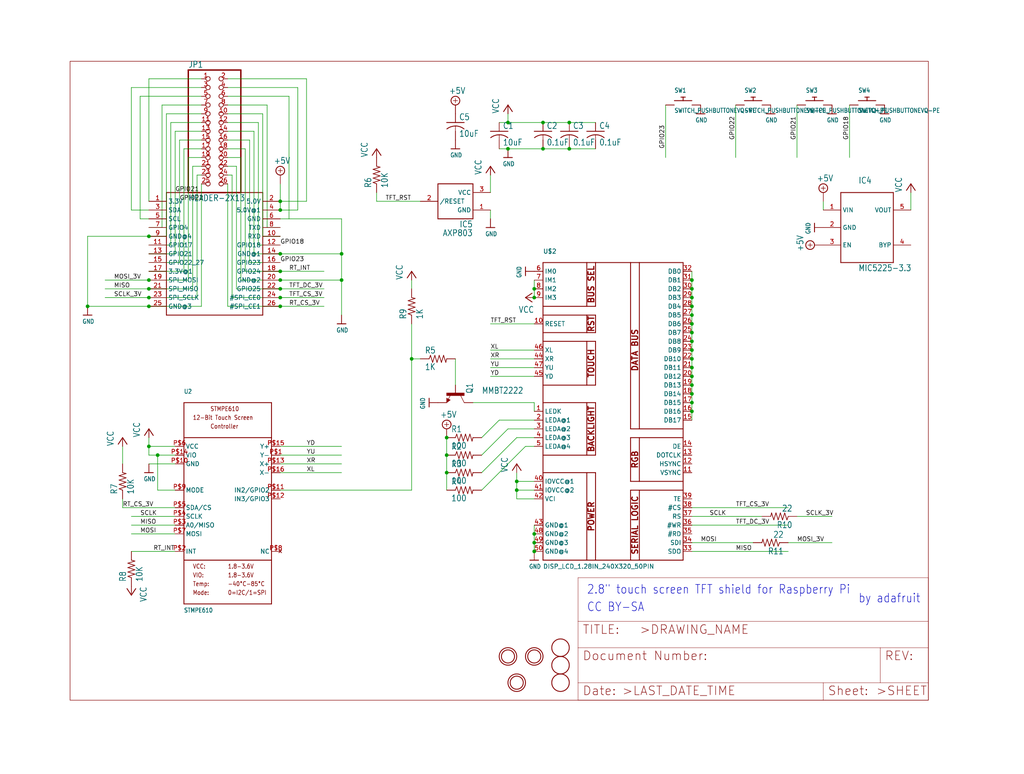
<source format=kicad_sch>
(kicad_sch (version 20211123) (generator eeschema)
  (paper "User" 297.002 224.663)
  (lib_symbols
    (symbol "eagleSchem-eagle-import:+5V" (power)
      (property "Value" "+5V" (at -1.905 3.175 0))
      (symbol "+5V_1_0"
        (pin power_in line (at 0 -2.54 90) (length 2.54) (name "+5V") (number "1"))
      )
    )
    (symbol "eagleSchem-eagle-import:-NPN-SOT23-BEC"
      (property "Reference" "T" (at -10.16 7.62 0))
      (property "Value" "-NPN-SOT23-BEC" (at -10.16 5.08 0))
      (symbol "-NPN-SOT23-BEC_1_0"
        (pin passive line (at -2.54 0 0) (length 2.54) (name "B") (number "B"))
        (pin passive line (at 2.54 5.08 270) (length 2.54) (name "C") (number "C"))
        (pin passive line (at 2.54 -5.08 90) (length 2.54) (name "E") (number "E"))
      )
    )
    (symbol "eagleSchem-eagle-import:AXP083-SAG"
      (property "Reference" "IC" (at -5.08 -7.62 0))
      (property "Value" "AXP083-SAG" (at -5.08 -10.16 0))
      (symbol "AXP083-SAG_1_0"
        (pin power_in line (at -10.16 -2.54 0) (length 5.08) (name "GND") (number "1"))
        (pin output line (at 10.16 0 180) (length 5.08) (name "/RESET") (number "2"))
        (pin power_in line (at -10.16 2.54 0) (length 5.08) (name "VCC") (number "3"))
      )
    )
    (symbol "eagleSchem-eagle-import:C-USC0805K"
      (property "Reference" "C" (at 1.016 0.635 0))
      (property "Value" "C-USC0805K" (at 1.016 -4.191 0))
      (symbol "C-USC0805K_1_0"
        (pin passive line (at 0 2.54 270) (length 2.54) (name "1") (number "1"))
        (pin passive line (at 0 -5.08 90) (length 2.54) (name "2") (number "2"))
      )
    )
    (symbol "eagleSchem-eagle-import:DISP_LCD_1.28IN_240X320_50PIN"
      (property "Value" "DISP_LCD_1.28IN_240X320_50PIN" (at -20.32 -48.26 0))
      (symbol "DISP_LCD_1.28IN_240X320_50PIN_1_0"
        (text "BACKLIGHT" (at -6.35 -7.62 900) (effects (font (size 1.6764 1.6764) (thickness 0.3353) bold)))
        (text "BUS SEL" (at -6.35 34.29 900) (effects (font (size 1.6764 1.6764) (thickness 0.3353) bold)))
        (text "DATA BUS" (at 6.35 15.24 900) (effects (font (size 1.6764 1.6764) (thickness 0.3353) bold)))
        (text "POWER" (at -6.35 -33.02 900) (effects (font (size 1.6764 1.6764) (thickness 0.3353) bold)))
        (text "RGB" (at 6.35 -16.51 900) (effects (font (size 1.6764 1.6764) (thickness 0.3353) bold)))
        (text "RST" (at -6.35 22.86 900) (effects (font (size 1.6764 1.6764) (thickness 0.3353) bold)))
        (text "SERIAL LOGIC" (at 6.35 -35.56 900) (effects (font (size 1.6764 1.6764) (thickness 0.3353) bold)))
        (text "TOUCH" (at -6.35 11.43 900) (effects (font (size 1.6764 1.6764) (thickness 0.3353) bold)))
        (pin bidirectional line (at -22.86 -2.54 0) (length 2.54) (name "LEDK") (number "1"))
        (pin bidirectional line (at -22.86 22.86 0) (length 2.54) (name "RESET") (number "10"))
        (pin bidirectional line (at 22.86 -20.32 180) (length 2.54) (name "VSYNC") (number "11"))
        (pin bidirectional line (at 22.86 -17.78 180) (length 2.54) (name "HSYNC") (number "12"))
        (pin bidirectional line (at 22.86 -15.24 180) (length 2.54) (name "DOTCLK") (number "13"))
        (pin bidirectional line (at 22.86 -12.7 180) (length 2.54) (name "DE") (number "14"))
        (pin bidirectional line (at 22.86 -5.08 180) (length 2.54) (name "DB17") (number "15"))
        (pin bidirectional line (at 22.86 -2.54 180) (length 2.54) (name "DB16") (number "16"))
        (pin bidirectional line (at 22.86 0 180) (length 2.54) (name "DB15") (number "17"))
        (pin bidirectional line (at 22.86 2.54 180) (length 2.54) (name "DB14") (number "18"))
        (pin bidirectional line (at 22.86 5.08 180) (length 2.54) (name "DB13") (number "19"))
        (pin bidirectional line (at -22.86 -5.08 0) (length 2.54) (name "LEDA@1") (number "2"))
        (pin bidirectional line (at 22.86 7.62 180) (length 2.54) (name "DB12") (number "20"))
        (pin bidirectional line (at 22.86 10.16 180) (length 2.54) (name "DB11") (number "21"))
        (pin bidirectional line (at 22.86 12.7 180) (length 2.54) (name "DB10") (number "22"))
        (pin bidirectional line (at 22.86 15.24 180) (length 2.54) (name "DB9") (number "23"))
        (pin bidirectional line (at 22.86 17.78 180) (length 2.54) (name "DB8") (number "24"))
        (pin bidirectional line (at 22.86 20.32 180) (length 2.54) (name "DB7") (number "25"))
        (pin bidirectional line (at 22.86 22.86 180) (length 2.54) (name "DB6") (number "26"))
        (pin bidirectional line (at 22.86 25.4 180) (length 2.54) (name "DB5") (number "27"))
        (pin bidirectional line (at 22.86 27.94 180) (length 2.54) (name "DB4") (number "28"))
        (pin bidirectional line (at 22.86 30.48 180) (length 2.54) (name "DB3") (number "29"))
        (pin bidirectional line (at -22.86 -7.62 0) (length 2.54) (name "LEDA@2") (number "3"))
        (pin bidirectional line (at 22.86 33.02 180) (length 2.54) (name "DB2") (number "30"))
        (pin bidirectional line (at 22.86 35.56 180) (length 2.54) (name "DB1") (number "31"))
        (pin bidirectional line (at 22.86 38.1 180) (length 2.54) (name "DB0") (number "32"))
        (pin bidirectional line (at 22.86 -43.18 180) (length 2.54) (name "SDO") (number "33"))
        (pin bidirectional line (at 22.86 -40.64 180) (length 2.54) (name "SDI") (number "34"))
        (pin bidirectional line (at 22.86 -38.1 180) (length 2.54) (name "#RD") (number "35"))
        (pin bidirectional line (at 22.86 -35.56 180) (length 2.54) (name "#WR") (number "36"))
        (pin bidirectional line (at 22.86 -33.02 180) (length 2.54) (name "RS") (number "37"))
        (pin bidirectional line (at 22.86 -30.48 180) (length 2.54) (name "#CS") (number "38"))
        (pin bidirectional line (at 22.86 -27.94 180) (length 2.54) (name "TE") (number "39"))
        (pin bidirectional line (at -22.86 -10.16 0) (length 2.54) (name "LEDA@3") (number "4"))
        (pin bidirectional line (at -22.86 -22.86 0) (length 2.54) (name "IOVCC@1") (number "40"))
        (pin bidirectional line (at -22.86 -25.4 0) (length 2.54) (name "IOVCC@2") (number "41"))
        (pin bidirectional line (at -22.86 -27.94 0) (length 2.54) (name "VCI") (number "42"))
        (pin bidirectional line (at -22.86 -35.56 0) (length 2.54) (name "GND@1") (number "43"))
        (pin bidirectional line (at -22.86 12.7 0) (length 2.54) (name "XR") (number "44"))
        (pin bidirectional line (at -22.86 7.62 0) (length 2.54) (name "YD") (number "45"))
        (pin bidirectional line (at -22.86 15.24 0) (length 2.54) (name "XL") (number "46"))
        (pin bidirectional line (at -22.86 10.16 0) (length 2.54) (name "YU") (number "47"))
        (pin bidirectional line (at -22.86 -38.1 0) (length 2.54) (name "GND@2") (number "48"))
        (pin bidirectional line (at -22.86 -40.64 0) (length 2.54) (name "GND@3") (number "49"))
        (pin bidirectional line (at -22.86 -12.7 0) (length 2.54) (name "LEDA@4") (number "5"))
        (pin bidirectional line (at -22.86 -43.18 0) (length 2.54) (name "GND@4") (number "50"))
        (pin bidirectional line (at -22.86 38.1 0) (length 2.54) (name "IM0") (number "6"))
        (pin bidirectional line (at -22.86 35.56 0) (length 2.54) (name "IM1") (number "7"))
        (pin bidirectional line (at -22.86 33.02 0) (length 2.54) (name "IM2") (number "8"))
        (pin bidirectional line (at -22.86 30.48 0) (length 2.54) (name "IM3") (number "9"))
      )
    )
    (symbol "eagleSchem-eagle-import:FIDUCIAL")
    (symbol "eagleSchem-eagle-import:GND" (power)
      (property "Value" "GND" (at -1.524 -2.54 0))
      (symbol "GND_1_0"
        (pin power_in line (at 0 2.54 270) (length 2.54) (name "GND") (number "1"))
      )
    )
    (symbol "eagleSchem-eagle-import:HEADER-2X13"
      (property "Reference" "JP" (at -8.89 18.415 0))
      (property "Value" "HEADER-2X13" (at -8.89 -20.32 0))
      (symbol "HEADER-2X13_1_0"
        (pin passive inverted (at -5.08 15.24 0) (length 2.54) (name "1") (number "1"))
        (pin passive inverted (at 2.54 5.08 180) (length 2.54) (name "10") (number "10"))
        (pin passive inverted (at -5.08 2.54 0) (length 2.54) (name "11") (number "11"))
        (pin passive inverted (at 2.54 2.54 180) (length 2.54) (name "12") (number "12"))
        (pin passive inverted (at -5.08 0 0) (length 2.54) (name "13") (number "13"))
        (pin passive inverted (at 2.54 0 180) (length 2.54) (name "14") (number "14"))
        (pin passive inverted (at -5.08 -2.54 0) (length 2.54) (name "15") (number "15"))
        (pin passive inverted (at 2.54 -2.54 180) (length 2.54) (name "16") (number "16"))
        (pin passive inverted (at -5.08 -5.08 0) (length 2.54) (name "17") (number "17"))
        (pin passive inverted (at 2.54 -5.08 180) (length 2.54) (name "18") (number "18"))
        (pin passive inverted (at -5.08 -7.62 0) (length 2.54) (name "19") (number "19"))
        (pin passive inverted (at 2.54 15.24 180) (length 2.54) (name "2") (number "2"))
        (pin passive inverted (at 2.54 -7.62 180) (length 2.54) (name "20") (number "20"))
        (pin passive inverted (at -5.08 -10.16 0) (length 2.54) (name "21") (number "21"))
        (pin passive inverted (at 2.54 -10.16 180) (length 2.54) (name "22") (number "22"))
        (pin passive inverted (at -5.08 -12.7 0) (length 2.54) (name "23") (number "23"))
        (pin passive inverted (at 2.54 -12.7 180) (length 2.54) (name "24") (number "24"))
        (pin passive inverted (at -5.08 -15.24 0) (length 2.54) (name "25") (number "25"))
        (pin passive inverted (at 2.54 -15.24 180) (length 2.54) (name "26") (number "26"))
        (pin passive inverted (at -5.08 12.7 0) (length 2.54) (name "3") (number "3"))
        (pin passive inverted (at 2.54 12.7 180) (length 2.54) (name "4") (number "4"))
        (pin passive inverted (at -5.08 10.16 0) (length 2.54) (name "5") (number "5"))
        (pin passive inverted (at 2.54 10.16 180) (length 2.54) (name "6") (number "6"))
        (pin passive inverted (at -5.08 7.62 0) (length 2.54) (name "7") (number "7"))
        (pin passive inverted (at 2.54 7.62 180) (length 2.54) (name "8") (number "8"))
        (pin passive inverted (at -5.08 5.08 0) (length 2.54) (name "9") (number "9"))
      )
    )
    (symbol "eagleSchem-eagle-import:LETTER_L"
      (symbol "LETTER_L_2_0"
        (text ">DRAWING_NAME" (at 17.78 19.05 0) (effects (font (size 2.54 2.54)) (justify left bottom)))
        (text ">LAST_DATE_TIME" (at 12.7 1.27 0) (effects (font (size 2.54 2.54)) (justify left bottom)))
        (text ">SHEET" (at 86.36 1.27 0) (effects (font (size 2.54 2.54)) (justify left bottom)))
        (text "Date:" (at 1.27 1.27 0) (effects (font (size 2.54 2.54)) (justify left bottom)))
        (text "Document Number:" (at 1.27 11.43 0) (effects (font (size 2.54 2.54)) (justify left bottom)))
        (text "REV:" (at 88.9 11.43 0) (effects (font (size 2.54 2.54)) (justify left bottom)))
        (text "Sheet:" (at 72.39 1.27 0) (effects (font (size 2.54 2.54)) (justify left bottom)))
        (text "TITLE:" (at 1.27 19.05 0) (effects (font (size 2.54 2.54)) (justify left bottom)))
      )
    )
    (symbol "eagleSchem-eagle-import:LP298XS"
      (property "Reference" "IC" (at -12.7 -5.08 90))
      (property "Value" "LP298XS" (at 12.7 -5.08 90))
      (symbol "LP298XS_1_0"
        (pin bidirectional line (at -5.08 -15.24 90) (length 5.08) (name "VIN") (number "1"))
        (pin bidirectional line (at 0 -15.24 90) (length 5.08) (name "GND") (number "2"))
        (pin bidirectional line (at 5.08 -15.24 90) (length 5.08) (name "EN") (number "3"))
        (pin bidirectional line (at 5.08 10.16 270) (length 5.08) (name "BYP") (number "4"))
        (pin bidirectional line (at -5.08 10.16 270) (length 5.08) (name "VOUT") (number "5"))
      )
    )
    (symbol "eagleSchem-eagle-import:MOUNTINGHOLE2.5_THICK")
    (symbol "eagleSchem-eagle-import:R-US_R0805"
      (property "Reference" "R" (at -3.81 1.4986 0))
      (property "Value" "R-US_R0805" (at -3.81 -3.302 0))
      (symbol "R-US_R0805_1_0"
        (pin passive line (at -5.08 0 0) (length 2.54) (name "1") (number "1"))
        (pin passive line (at 5.08 0 180) (length 2.54) (name "2") (number "2"))
      )
    )
    (symbol "eagleSchem-eagle-import:RASPBERRYPI_B_MODELB_V2"
      (symbol "RASPBERRYPI_B_MODELB_V2_1_0"
        (pin power_in line (at -17.78 15.24 0) (length 5.08) (name "3.3V") (number "1"))
        (pin input line (at 20.32 5.08 180) (length 5.08) (name "RXD") (number "10"))
        (pin bidirectional line (at -17.78 2.54 0) (length 5.08) (name "GPIO17") (number "11"))
        (pin bidirectional line (at 20.32 2.54 180) (length 5.08) (name "GPIO18") (number "12"))
        (pin bidirectional line (at -17.78 0 0) (length 5.08) (name "GPIO21") (number "13"))
        (pin power_in line (at 20.32 0 180) (length 5.08) (name "GND@1") (number "14"))
        (pin bidirectional line (at -17.78 -2.54 0) (length 5.08) (name "GPIO22_27") (number "15"))
        (pin bidirectional line (at 20.32 -2.54 180) (length 5.08) (name "GPIO23") (number "16"))
        (pin power_in line (at -17.78 -5.08 0) (length 5.08) (name "3.3V@1") (number "17"))
        (pin bidirectional line (at 20.32 -5.08 180) (length 5.08) (name "GPIO24") (number "18"))
        (pin bidirectional line (at -17.78 -7.62 0) (length 5.08) (name "SPI_MOSI") (number "19"))
        (pin power_in line (at 20.32 15.24 180) (length 5.08) (name "5.0V") (number "2"))
        (pin power_in line (at 20.32 -7.62 180) (length 5.08) (name "GND@2") (number "20"))
        (pin input line (at -17.78 -10.16 0) (length 5.08) (name "SPI_MISO") (number "21"))
        (pin bidirectional line (at 20.32 -10.16 180) (length 5.08) (name "GPIO25") (number "22"))
        (pin bidirectional line (at -17.78 -12.7 0) (length 5.08) (name "SPI_SCLK") (number "23"))
        (pin bidirectional line (at 20.32 -12.7 180) (length 5.08) (name "#SPI_CE0") (number "24"))
        (pin power_in line (at -17.78 -15.24 0) (length 5.08) (name "GND@3") (number "25"))
        (pin bidirectional line (at 20.32 -15.24 180) (length 5.08) (name "#SPI_CE1") (number "26"))
        (pin bidirectional line (at -17.78 12.7 0) (length 5.08) (name "SDA") (number "3"))
        (pin power_in line (at 20.32 12.7 180) (length 5.08) (name "5.0V@1") (number "4"))
        (pin bidirectional line (at -17.78 10.16 0) (length 5.08) (name "SCL") (number "5"))
        (pin power_in line (at 20.32 10.16 180) (length 5.08) (name "GND") (number "6"))
        (pin bidirectional line (at -17.78 7.62 0) (length 5.08) (name "GPIO4") (number "7"))
        (pin output line (at 20.32 7.62 180) (length 5.08) (name "TXD") (number "8"))
        (pin power_in line (at -17.78 5.08 0) (length 5.08) (name "GND@4") (number "9"))
      )
    )
    (symbol "eagleSchem-eagle-import:STMPE610"
      (property "Reference" "U" (at -12.7 33.02 0))
      (property "Value" "STMPE610" (at -12.7 -30.48 0))
      (symbol "STMPE610_1_0"
        (text "-40°C-85°C" (at 0 -22.86 0) (effects (font (size 1.27 1.0795)) (justify left bottom)))
        (text "0=I2C/1=SPI" (at 0 -25.4 0) (effects (font (size 1.27 1.0795)) (justify left bottom)))
        (text "1.8-3.6V" (at 0 -20.32 0) (effects (font (size 1.27 1.0795)) (justify left bottom)))
        (text "1.8-3.6V" (at 0 -17.78 0) (effects (font (size 1.27 1.0795)) (justify left bottom)))
        (text "12-Bit Touch Screen" (at -10.16 25.4 0) (effects (font (size 1.27 1.0795)) (justify left bottom)))
        (text "Controller" (at -5.08 22.86 0) (effects (font (size 1.27 1.0795)) (justify left bottom)))
        (text "Mode:" (at -10.16 -25.4 0) (effects (font (size 1.27 1.0795)) (justify left bottom)))
        (text "STMPE610" (at -5.08 27.94 0) (effects (font (size 1.27 1.0795)) (justify left bottom)))
        (text "Temp:" (at -10.16 -22.86 0) (effects (font (size 1.27 1.0795)) (justify left bottom)))
        (text "VCC:" (at -10.16 -17.78 0) (effects (font (size 1.27 1.0795)) (justify left bottom)))
        (text "VIO:" (at -10.16 -20.32 0) (effects (font (size 1.27 1.0795)) (justify left bottom)))
        (pin input line (at 15.24 15.24 180) (length 2.54) (name "Y-") (number "P$1"))
        (pin power_in line (at -15.24 12.7 0) (length 2.54) (name "GND") (number "P$10"))
        (pin bidirectional line (at 15.24 5.08 180) (length 2.54) (name "IN2/GPIO2") (number "P$11"))
        (pin bidirectional line (at 15.24 2.54 180) (length 2.54) (name "IN3/GPIO3") (number "P$12"))
        (pin input line (at 15.24 12.7 180) (length 2.54) (name "X+") (number "P$13"))
        (pin power_in line (at -15.24 15.24 0) (length 2.54) (name "VIO") (number "P$14"))
        (pin input line (at 15.24 17.78 180) (length 2.54) (name "Y+") (number "P$15"))
        (pin input line (at 15.24 10.16 180) (length 2.54) (name "X-") (number "P$16"))
        (pin output line (at -15.24 -12.7 0) (length 2.54) (name "INT") (number "P$2"))
        (pin bidirectional line (at -15.24 -5.08 0) (length 2.54) (name "A0/MISO") (number "P$3"))
        (pin bidirectional line (at -15.24 -2.54 0) (length 2.54) (name "SCLK") (number "P$4"))
        (pin bidirectional line (at -15.24 0 0) (length 2.54) (name "SDA/CS") (number "P$5"))
        (pin power_in line (at -15.24 17.78 0) (length 2.54) (name "VCC") (number "P$6"))
        (pin input line (at -15.24 -7.62 0) (length 2.54) (name "MOSI") (number "P$7"))
        (pin no_connect line (at 15.24 -12.7 180) (length 2.54) (name "NC") (number "P$8"))
        (pin input line (at -15.24 5.08 0) (length 2.54) (name "MODE") (number "P$9"))
      )
    )
    (symbol "eagleSchem-eagle-import:SWITCH_PUSHBUTTONEVQ-PE"
      (property "Reference" "SW" (at -2.54 3.556 0))
      (property "Value" "SWITCH_PUSHBUTTONEVQ-PE" (at -2.54 -2.286 0))
      (symbol "SWITCH_PUSHBUTTONEVQ-PE_1_0"
        (pin passive line (at -5.08 0 0) (length 2.54) (name "P$1") (number "P$1"))
        (pin passive line (at 5.08 0 180) (length 2.54) (name "P$2") (number "P$2"))
      )
    )
    (symbol "eagleSchem-eagle-import:VCC" (power)
      (property "Value" "VCC" (at -2.54 -2.54 90))
      (symbol "VCC_1_0"
        (pin power_in line (at 0 -2.54 90) (length 2.54) (name "VCC") (number "1"))
      )
    )
  )
  (junction (at 200.66 99.06))
  (junction (at 129.54 132.08))
  (junction (at 154.94 160.02))
  (junction (at 81.28 86.36))
  (junction (at 154.94 157.48))
  (junction (at 81.28 60.96))
  (junction (at 200.66 114.3))
  (junction (at 200.66 111.76))
  (junction (at 81.28 81.28))
  (junction (at 200.66 104.14))
  (junction (at 81.28 58.42))
  (junction (at 43.18 129.54))
  (junction (at 200.66 96.52))
  (junction (at 147.32 43.18))
  (junction (at 154.94 154.94))
  (junction (at 129.54 137.16))
  (junction (at 43.18 86.36))
  (junction (at 149.86 142.24))
  (junction (at 43.18 88.9))
  (junction (at 129.54 127))
  (junction (at 43.18 68.58))
  (junction (at 200.66 109.22))
  (junction (at 99.06 81.28))
  (junction (at 200.66 88.9))
  (junction (at 200.66 106.68))
  (junction (at 81.28 88.9))
  (junction (at 25.4 88.9))
  (junction (at 165.1 43.18))
  (junction (at 200.66 101.6))
  (junction (at 81.28 78.74))
  (junction (at 200.66 81.28))
  (junction (at 43.18 81.28))
  (junction (at 200.66 86.36))
  (junction (at 81.28 73.66))
  (junction (at 157.48 35.56))
  (junction (at 149.86 139.7))
  (junction (at 81.28 83.82))
  (junction (at 154.94 86.36))
  (junction (at 200.66 116.84))
  (junction (at 99.06 73.66))
  (junction (at 200.66 91.44))
  (junction (at 119.38 104.14))
  (junction (at 200.66 93.98))
  (junction (at 200.66 119.38))
  (junction (at 157.48 43.18))
  (junction (at 45.72 132.08))
  (junction (at 154.94 83.82))
  (junction (at 200.66 83.82))
  (junction (at 165.1 35.56))
  (junction (at 43.18 83.82))
  (junction (at 147.32 35.56))
  (wire (pts (xy 200.66 88.9) (xy 200.66 91.44)))
  (wire (pts (xy 81.28 81.28) (xy 69.85 81.28)))
  (wire (pts (xy 55.88 48.26) (xy 58.42 48.26)))
  (wire (pts (xy 200.66 93.98) (xy 200.66 96.52)))
  (wire (pts (xy 200.66 99.06) (xy 200.66 101.6)))
  (wire (pts (xy 200.66 91.44) (xy 200.66 93.98)))
  (wire (pts (xy 119.38 81.28) (xy 119.38 83.82)))
  (wire (pts (xy 43.18 60.96) (xy 38.1 60.96)))
  (wire (pts (xy 149.86 127) (xy 154.94 127)))
  (wire (pts (xy 119.38 93.98) (xy 119.38 104.14)))
  (wire (pts (xy 142.24 55.88) (xy 142.24 50.8)))
  (wire (pts (xy 152.4 129.54) (xy 154.94 129.54)))
  (wire (pts (xy 72.39 40.64) (xy 66.04 40.64)))
  (wire (pts (xy 52.07 76.2) (xy 52.07 40.64)))
  (wire (pts (xy 154.94 116.84) (xy 154.94 119.38)))
  (wire (pts (xy 119.38 104.14) (xy 121.92 104.14)))
  (wire (pts (xy 154.94 157.48) (xy 154.94 160.02)))
  (wire (pts (xy 68.58 83.82) (xy 81.28 83.82)))
  (wire (pts (xy 81.28 60.96) (xy 86.36 60.96)))
  (wire (pts (xy 88.9 58.42) (xy 81.28 58.42)))
  (wire (pts (xy 71.12 43.18) (xy 71.12 78.74)))
  (wire (pts (xy 154.94 104.14) (xy 142.24 104.14)))
  (wire (pts (xy 231.14 149.86) (xy 241.3 149.86)))
  (wire (pts (xy 43.18 134.62) (xy 50.8 134.62)))
  (wire (pts (xy 200.66 106.68) (xy 200.66 109.22)))
  (wire (pts (xy 67.31 86.36) (xy 67.31 50.8)))
  (wire (pts (xy 81.28 58.42) (xy 81.28 60.96)))
  (wire (pts (xy 200.66 119.38) (xy 200.66 121.92)))
  (wire (pts (xy 43.18 68.58) (xy 25.4 68.58)))
  (wire (pts (xy 66.04 22.86) (xy 88.9 22.86)))
  (wire (pts (xy 81.28 73.66) (xy 99.06 73.66)))
  (wire (pts (xy 200.66 96.52) (xy 200.66 99.06)))
  (wire (pts (xy 76.2 68.58) (xy 81.28 68.58)))
  (wire (pts (xy 43.18 76.2) (xy 52.07 76.2)))
  (wire (pts (xy 81.28 132.08) (xy 99.06 132.08)))
  (wire (pts (xy 57.15 50.8) (xy 58.42 50.8)))
  (wire (pts (xy 154.94 83.82) (xy 154.94 86.36)))
  (wire (pts (xy 81.28 53.34) (xy 81.28 58.42)))
  (wire (pts (xy 200.66 114.3) (xy 200.66 116.84)))
  (wire (pts (xy 55.88 83.82) (xy 55.88 48.26)))
  (wire (pts (xy 43.18 73.66) (xy 50.8 73.66)))
  (wire (pts (xy 53.34 43.18) (xy 58.42 43.18)))
  (wire (pts (xy 50.8 132.08) (xy 45.72 132.08)))
  (wire (pts (xy 66.04 88.9) (xy 81.28 88.9)))
  (wire (pts (xy 50.8 73.66) (xy 50.8 38.1)))
  (wire (pts (xy 246.38 30.48) (xy 246.38 45.72)))
  (wire (pts (xy 200.66 83.82) (xy 200.66 86.36)))
  (wire (pts (xy 129.54 132.08) (xy 129.54 137.16)))
  (wire (pts (xy 200.66 157.48) (xy 218.44 157.48)))
  (wire (pts (xy 200.66 104.14) (xy 200.66 106.68)))
  (wire (pts (xy 109.22 58.42) (xy 109.22 55.88)))
  (wire (pts (xy 43.18 22.86) (xy 58.42 22.86)))
  (wire (pts (xy 139.7 137.16) (xy 149.86 127)))
  (wire (pts (xy 76.2 33.02) (xy 76.2 68.58)))
  (wire (pts (xy 43.18 68.58) (xy 48.26 68.58)))
  (wire (pts (xy 54.61 45.72) (xy 58.42 45.72)))
  (wire (pts (xy 137.16 116.84) (xy 154.94 116.84)))
  (wire (pts (xy 48.26 33.02) (xy 58.42 33.02)))
  (wire (pts (xy 43.18 129.54) (xy 50.8 129.54)))
  (wire (pts (xy 139.7 142.24) (xy 152.4 129.54)))
  (wire (pts (xy 66.04 53.34) (xy 66.04 88.9)))
  (wire (pts (xy 81.28 76.2) (xy 72.39 76.2)))
  (wire (pts (xy 81.28 142.24) (xy 119.38 142.24)))
  (wire (pts (xy 25.4 68.58) (xy 25.4 88.9)))
  (wire (pts (xy 81.28 137.16) (xy 99.06 137.16)))
  (wire (pts (xy 154.94 93.98) (xy 142.24 93.98)))
  (wire (pts (xy 43.18 66.04) (xy 46.99 66.04)))
  (wire (pts (xy 238.76 58.42) (xy 238.76 60.96)))
  (wire (pts (xy 149.86 139.7) (xy 154.94 139.7)))
  (wire (pts (xy 43.18 88.9) (xy 58.42 88.9)))
  (wire (pts (xy 43.18 81.28) (xy 54.61 81.28)))
  (wire (pts (xy 86.36 60.96) (xy 86.36 25.4)))
  (wire (pts (xy 200.66 86.36) (xy 200.66 88.9)))
  (wire (pts (xy 71.12 78.74) (xy 81.28 78.74)))
  (wire (pts (xy 50.8 38.1) (xy 58.42 38.1)))
  (wire (pts (xy 45.72 132.08) (xy 43.18 132.08)))
  (wire (pts (xy 200.66 109.22) (xy 200.66 111.76)))
  (wire (pts (xy 165.1 43.18) (xy 157.48 43.18)))
  (wire (pts (xy 200.66 116.84) (xy 200.66 119.38)))
  (wire (pts (xy 81.28 78.74) (xy 93.98 78.74)))
  (wire (pts (xy 264.16 55.88) (xy 264.16 60.96)))
  (wire (pts (xy 86.36 25.4) (xy 66.04 25.4)))
  (wire (pts (xy 200.66 101.6) (xy 200.66 104.14)))
  (wire (pts (xy 154.94 81.28) (xy 154.94 83.82)))
  (wire (pts (xy 73.66 73.66) (xy 81.28 73.66)))
  (wire (pts (xy 43.18 129.54) (xy 43.18 132.08)))
  (wire (pts (xy 45.72 142.24) (xy 45.72 132.08)))
  (wire (pts (xy 66.04 33.02) (xy 76.2 33.02)))
  (wire (pts (xy 43.18 58.42) (xy 43.18 22.86)))
  (wire (pts (xy 50.8 142.24) (xy 45.72 142.24)))
  (wire (pts (xy 57.15 86.36) (xy 57.15 50.8)))
  (wire (pts (xy 147.32 35.56) (xy 144.78 35.56)))
  (wire (pts (xy 50.8 154.94) (xy 38.1 154.94)))
  (wire (pts (xy 38.1 25.4) (xy 58.42 25.4)))
  (wire (pts (xy 157.48 35.56) (xy 147.32 35.56)))
  (wire (pts (xy 154.94 154.94) (xy 154.94 157.48)))
  (wire (pts (xy 49.53 35.56) (xy 58.42 35.56)))
  (wire (pts (xy 200.66 152.4) (xy 228.6 152.4)))
  (wire (pts (xy 81.28 129.54) (xy 99.06 129.54)))
  (wire (pts (xy 99.06 63.5) (xy 99.06 73.66)))
  (wire (pts (xy 72.39 76.2) (xy 72.39 40.64)))
  (wire (pts (xy 54.61 81.28) (xy 54.61 45.72)))
  (wire (pts (xy 149.86 142.24) (xy 149.86 139.7)))
  (wire (pts (xy 38.1 152.4) (xy 50.8 152.4)))
  (wire (pts (xy 77.47 66.04) (xy 77.47 30.48)))
  (wire (pts (xy 77.47 30.48) (xy 66.04 30.48)))
  (wire (pts (xy 50.8 160.02) (xy 38.1 160.02)))
  (wire (pts (xy 49.53 71.12) (xy 49.53 35.56)))
  (wire (pts (xy 200.66 147.32) (xy 228.6 147.32)))
  (wire (pts (xy 40.64 27.94) (xy 58.42 27.94)))
  (wire (pts (xy 35.56 147.32) (xy 50.8 147.32)))
  (wire (pts (xy 69.85 45.72) (xy 66.04 45.72)))
  (wire (pts (xy 121.92 58.42) (xy 109.22 58.42)))
  (wire (pts (xy 139.7 132.08) (xy 147.32 124.46)))
  (wire (pts (xy 43.18 83.82) (xy 30.48 83.82)))
  (wire (pts (xy 40.64 63.5) (xy 40.64 27.94)))
  (wire (pts (xy 139.7 127) (xy 144.78 121.92)))
  (wire (pts (xy 147.32 124.46) (xy 154.94 124.46)))
  (wire (pts (xy 142.24 60.96) (xy 142.24 63.5)))
  (wire (pts (xy 129.54 137.16) (xy 129.54 142.24)))
  (wire (pts (xy 38.1 149.86) (xy 50.8 149.86)))
  (wire (pts (xy 119.38 142.24) (xy 119.38 104.14)))
  (wire (pts (xy 66.04 27.94) (xy 83.82 27.94)))
  (wire (pts (xy 48.26 68.58) (xy 48.26 33.02)))
  (wire (pts (xy 83.82 27.94) (xy 83.82 63.5)))
  (wire (pts (xy 66.04 38.1) (xy 73.66 38.1)))
  (wire (pts (xy 157.48 35.56) (xy 165.1 35.56)))
  (wire (pts (xy 200.66 160.02) (xy 228.6 160.02)))
  (wire (pts (xy 69.85 81.28) (xy 69.85 45.72)))
  (wire (pts (xy 81.28 83.82) (xy 93.98 83.82)))
  (wire (pts (xy 43.18 63.5) (xy 40.64 63.5)))
  (wire (pts (xy 43.18 78.74) (xy 53.34 78.74)))
  (wire (pts (xy 81.28 86.36) (xy 93.98 86.36)))
  (wire (pts (xy 81.28 81.28) (xy 99.06 81.28)))
  (wire (pts (xy 147.32 33.02) (xy 147.32 35.56)))
  (wire (pts (xy 67.31 50.8) (xy 66.04 50.8)))
  (wire (pts (xy 154.94 101.6) (xy 142.24 101.6)))
  (wire (pts (xy 81.28 134.62) (xy 99.06 134.62)))
  (wire (pts (xy 88.9 22.86) (xy 88.9 58.42)))
  (wire (pts (xy 46.99 66.04) (xy 46.99 30.48)))
  (wire (pts (xy 81.28 71.12) (xy 74.93 71.12)))
  (wire (pts (xy 43.18 86.36) (xy 57.15 86.36)))
  (wire (pts (xy 35.56 147.32) (xy 35.56 144.78)))
  (wire (pts (xy 43.18 71.12) (xy 49.53 71.12)))
  (wire (pts (xy 46.99 30.48) (xy 58.42 30.48)))
  (wire (pts (xy 99.06 73.66) (xy 99.06 81.28)))
  (wire (pts (xy 66.04 43.18) (xy 71.12 43.18)))
  (wire (pts (xy 228.6 157.48) (xy 241.3 157.48)))
  (wire (pts (xy 144.78 121.92) (xy 154.94 121.92)))
  (wire (pts (xy 144.78 43.18) (xy 147.32 43.18)))
  (wire (pts (xy 213.36 30.48) (xy 213.36 45.72)))
  (wire (pts (xy 81.28 86.36) (xy 67.31 86.36)))
  (wire (pts (xy 43.18 127) (xy 43.18 129.54)))
  (wire (pts (xy 43.18 88.9) (xy 25.4 88.9)))
  (wire (pts (xy 81.28 88.9) (xy 93.98 88.9)))
  (wire (pts (xy 38.1 60.96) (xy 38.1 25.4)))
  (wire (pts (xy 74.93 71.12) (xy 74.93 35.56)))
  (wire (pts (xy 52.07 40.64) (xy 58.42 40.64)))
  (wire (pts (xy 58.42 88.9) (xy 58.42 53.34)))
  (wire (pts (xy 132.08 104.14) (xy 132.08 111.76)))
  (wire (pts (xy 231.14 30.48) (xy 231.14 45.72)))
  (wire (pts (xy 154.94 109.22) (xy 142.24 109.22)))
  (wire (pts (xy 35.56 134.62) (xy 35.56 129.54)))
  (wire (pts (xy 43.18 81.28) (xy 30.48 81.28)))
  (wire (pts (xy 172.72 43.18) (xy 165.1 43.18)))
  (wire (pts (xy 66.04 48.26) (xy 68.58 48.26)))
  (wire (pts (xy 149.86 144.78) (xy 149.86 142.24)))
  (wire (pts (xy 147.32 43.18) (xy 157.48 43.18)))
  (wire (pts (xy 149.86 139.7) (xy 149.86 137.16)))
  (wire (pts (xy 200.66 81.28) (xy 200.66 83.82)))
  (wire (pts (xy 74.93 35.56) (xy 66.04 35.56)))
  (wire (pts (xy 200.66 149.86) (xy 220.98 149.86)))
  (wire (pts (xy 81.28 66.04) (xy 77.47 66.04)))
  (wire (pts (xy 81.28 63.5) (xy 99.06 63.5)))
  (wire (pts (xy 53.34 78.74) (xy 53.34 43.18)))
  (wire (pts (xy 142.24 106.68) (xy 154.94 106.68)))
  (wire (pts (xy 43.18 83.82) (xy 55.88 83.82)))
  (wire (pts (xy 165.1 35.56) (xy 172.72 35.56)))
  (wire (pts (xy 73.66 38.1) (xy 73.66 73.66)))
  (wire (pts (xy 43.18 86.36) (xy 30.48 86.36)))
  (wire (pts (xy 149.86 144.78) (xy 154.94 144.78)))
  (wire (pts (xy 193.04 30.48) (xy 193.04 45.72)))
  (wire (pts (xy 200.66 111.76) (xy 200.66 114.3)))
  (wire (pts (xy 68.58 48.26) (xy 68.58 83.82)))
  (wire (pts (xy 129.54 127) (xy 129.54 132.08)))
  (wire (pts (xy 99.06 81.28) (xy 99.06 91.44)))
  (wire (pts (xy 154.94 152.4) (xy 154.94 154.94)))
  (wire (pts (xy 200.66 78.74) (xy 200.66 81.28)))
  (wire (pts (xy 154.94 142.24) (xy 149.86 142.24)))
  (text "2.8\" touch screen TFT shield for Raspberry Pi" (at 170.18 172.72 180) (effects (font (size 2.54 2.159)) (justify left bottom)))
  (text "by adafruit~{}" (at 248.92 175.26 180) (effects (font (size 2.54 2.159)) (justify left bottom)))
  (text "CC BY-SA" (at 170.18 177.8 180) (effects (font (size 2.54 2.159)) (justify left bottom)))
  (label "RT_INT" (at 83.82 78.74 0) (effects (font (size 1.2446 1.2446))))
  (label "SCLK" (at 205.74 149.86 0) (effects (font (size 1.2446 1.2446))))
  (label "GPIO21" (at 50.8 55.88 0) (effects (font (size 1.2446 1.2446))))
  (label "MISO" (at 33.02 83.82 0) (effects (font (size 1.2446 1.2446))))
  (label "YD" (at 88.9 129.54 0) (effects (font (size 1.2446 1.2446))))
  (label "YD" (at 142.24 109.22 0) (effects (font (size 1.2446 1.2446))))
  (label "XL" (at 142.24 101.6 0) (effects (font (size 1.2446 1.2446))))
  (label "GPIO21" (at 231.14 40.64 90) (effects (font (size 1.2446 1.2446))))
  (label "XR" (at 142.24 104.14 0) (effects (font (size 1.2446 1.2446))))
  (label "TFT_CS_3V" (at 83.82 86.36 0) (effects (font (size 1.2446 1.2446))))
  (label "TFT_CS_3V" (at 213.36 147.32 0) (effects (font (size 1.2446 1.2446))))
  (label "GPIO23" (at 193.04 43.18 90) (effects (font (size 1.2446 1.2446))))
  (label "RT_INT" (at 44.45 160.02 0) (effects (font (size 1.2446 1.2446))))
  (label "MISO" (at 40.64 152.4 0) (effects (font (size 1.2446 1.2446))))
  (label "GPIO23" (at 81.28 76.2 0) (effects (font (size 1.2446 1.2446))))
  (label "MOSI" (at 203.2 157.48 0) (effects (font (size 1.2446 1.2446))))
  (label "XL" (at 88.9 137.16 0) (effects (font (size 1.2446 1.2446))))
  (label "RT_CS_3V" (at 35.56 147.32 0) (effects (font (size 1.2446 1.2446))))
  (label "TFT_RST" (at 142.24 93.98 0) (effects (font (size 1.2446 1.2446))))
  (label "XR" (at 88.9 134.62 0) (effects (font (size 1.2446 1.2446))))
  (label "TFT_DC_3V" (at 83.82 83.82 0) (effects (font (size 1.2446 1.2446))))
  (label "GPIO18" (at 81.28 71.12 0) (effects (font (size 1.2446 1.2446))))
  (label "SCLK_3V" (at 233.68 149.86 0) (effects (font (size 1.2446 1.2446))))
  (label "MOSI" (at 40.64 154.94 0) (effects (font (size 1.2446 1.2446))))
  (label "GPIO22" (at 213.36 40.64 90) (effects (font (size 1.2446 1.2446))))
  (label "SCLK_3V" (at 33.02 86.36 0) (effects (font (size 1.2446 1.2446))))
  (label "MOSI_3V" (at 33.02 81.28 0) (effects (font (size 1.2446 1.2446))))
  (label "YU" (at 88.9 132.08 0) (effects (font (size 1.2446 1.2446))))
  (label "TFT_RST" (at 111.76 58.42 0) (effects (font (size 1.2446 1.2446))))
  (label "RT_CS_3V" (at 83.82 88.9 0) (effects (font (size 1.2446 1.2446))))
  (label "YU" (at 142.24 106.68 0) (effects (font (size 1.2446 1.2446))))
  (label "GPIO22" (at 52.07 58.42 0) (effects (font (size 1.2446 1.2446))))
  (label "GPIO18" (at 246.38 40.64 90) (effects (font (size 1.2446 1.2446))))
  (label "SCLK" (at 40.64 149.86 0) (effects (font (size 1.2446 1.2446))))
  (label "MISO" (at 213.36 160.02 0) (effects (font (size 1.2446 1.2446))))
  (label "MOSI_3V" (at 231.14 157.48 0) (effects (font (size 1.2446 1.2446))))
  (label "TFT_DC_3V" (at 213.36 152.4 0) (effects (font (size 1.2446 1.2446))))
  (symbol (lib_id "eagleSchem-eagle-import:LETTER_L") (at 20.32 203.2 0) (unit 1)
    (property "Reference" "#FRAME1" (effects hide))
    (property "Value" "LETTER_L" (effects hide))
    (property "Footprint" "eagleSchem:" (effects hide))
  )
  (symbol (lib_id "eagleSchem-eagle-import:C-USC0805K") (at 172.72 38.1 0) (unit 1)
    (property "Reference" "C4" (at 173.736 37.465 0) (effects (font (size 1.778 1.5113)) (justify left bottom)))
    (property "Value" "0.1uF" (at 173.736 42.291 0) (effects (font (size 1.778 1.5113)) (justify left bottom)))
    (property "Footprint" "eagleSchem:C0805K" (effects hide))
  )
  (symbol (lib_id "eagleSchem-eagle-import:+5V") (at 236.22 71.12 90) (unit 1)
    (property "Reference" "#SUPPLY3" (effects hide))
    (property "Value" "+5V" (at 233.045 73.025 0) (effects (font (size 1.778 1.5113)) (justify left bottom)))
    (property "Footprint" "eagleSchem:" (effects hide))
  )
  (symbol (lib_id "eagleSchem-eagle-import:GND") (at 241.3 33.02 0) (unit 1)
    (property "Reference" "#U$21" (effects hide))
    (property "Value" "GND" (at 239.776 35.56 0) (effects (font (size 1.27 1.0795)) (justify left bottom)))
    (property "Footprint" "eagleSchem:" (effects hide))
  )
  (symbol (lib_id "eagleSchem-eagle-import:GND") (at 99.06 93.98 0) (unit 1)
    (property "Reference" "#U$9" (effects hide))
    (property "Value" "GND" (at 97.536 96.52 0) (effects (font (size 1.27 1.0795)) (justify left bottom)))
    (property "Footprint" "eagleSchem:" (effects hide))
  )
  (symbol (lib_id "eagleSchem-eagle-import:MOUNTINGHOLE2.5_THICK") (at 154.94 190.5 0) (unit 1)
    (property "Reference" "U$15" (effects hide))
    (property "Value" "MOUNTINGHOLE2.5_THICK" (effects hide))
    (property "Footprint" "eagleSchem:MOUNTINGHOLE_2.5_PLATED_THICK" (effects hide))
  )
  (symbol (lib_id "eagleSchem-eagle-import:VCC") (at 43.18 124.46 0) (unit 1)
    (property "Reference" "#P+7" (effects hide))
    (property "Value" "VCC" (at 40.64 127 90) (effects (font (size 1.778 1.5113)) (justify left bottom)))
    (property "Footprint" "eagleSchem:" (effects hide))
  )
  (symbol (lib_id "eagleSchem-eagle-import:R-US_R0805") (at 35.56 139.7 90) (unit 1)
    (property "Reference" "R7" (at 34.0614 143.51 0) (effects (font (size 1.778 1.5113)) (justify left bottom)))
    (property "Value" "10K" (at 38.862 143.51 0) (effects (font (size 1.778 1.5113)) (justify left bottom)))
    (property "Footprint" "eagleSchem:R0805" (effects hide))
  )
  (symbol (lib_id "eagleSchem-eagle-import:VCC") (at 152.4 86.36 90) (unit 1)
    (property "Reference" "#P+2" (effects hide))
    (property "Value" "VCC" (at 154.94 88.9 90) (effects (font (size 1.778 1.5113)) (justify left bottom)))
    (property "Footprint" "eagleSchem:" (effects hide))
  )
  (symbol (lib_id "eagleSchem-eagle-import:+5V") (at 238.76 55.88 0) (unit 1)
    (property "Reference" "#SUPPLY2" (effects hide))
    (property "Value" "+5V" (at 236.855 52.705 0) (effects (font (size 1.778 1.5113)) (justify left bottom)))
    (property "Footprint" "eagleSchem:" (effects hide))
  )
  (symbol (lib_id "eagleSchem-eagle-import:HEADER-2X13") (at 63.5 38.1 0) (unit 1)
    (property "Reference" "JP1" (at 54.61 19.685 0) (effects (font (size 1.778 1.5113)) (justify left bottom)))
    (property "Value" "HEADER-2X13" (at 54.61 58.42 0) (effects (font (size 1.778 1.5113)) (justify left bottom)))
    (property "Footprint" "eagleSchem:2X13" (effects hide))
  )
  (symbol (lib_id "eagleSchem-eagle-import:R-US_R0805") (at 134.62 132.08 0) (unit 1)
    (property "Reference" "R2" (at 130.81 130.5814 0) (effects (font (size 1.778 1.5113)) (justify left bottom)))
    (property "Value" "100" (at 130.81 135.382 0) (effects (font (size 1.778 1.5113)) (justify left bottom)))
    (property "Footprint" "eagleSchem:R0805" (effects hide))
  )
  (symbol (lib_id "eagleSchem-eagle-import:LETTER_L") (at 167.64 203.2 0) (unit 2)
    (property "Reference" "#FRAME1" (effects hide))
    (property "Value" "LETTER_L" (effects hide))
    (property "Footprint" "eagleSchem:" (effects hide))
  )
  (symbol (lib_id "eagleSchem-eagle-import:C-USC0805K") (at 144.78 38.1 0) (unit 1)
    (property "Reference" "C1" (at 145.796 37.465 0) (effects (font (size 1.778 1.5113)) (justify left bottom)))
    (property "Value" "10uF" (at 145.796 42.291 0) (effects (font (size 1.778 1.5113)) (justify left bottom)))
    (property "Footprint" "eagleSchem:C0805K" (effects hide))
  )
  (symbol (lib_id "eagleSchem-eagle-import:GND") (at 203.2 33.02 0) (unit 1)
    (property "Reference" "#U$19" (effects hide))
    (property "Value" "GND" (at 201.676 35.56 0) (effects (font (size 1.27 1.0795)) (justify left bottom)))
    (property "Footprint" "eagleSchem:" (effects hide))
  )
  (symbol (lib_id "eagleSchem-eagle-import:+5V") (at 129.54 124.46 0) (unit 1)
    (property "Reference" "#SUPPLY4" (effects hide))
    (property "Value" "+5V" (at 127.635 121.285 0) (effects (font (size 1.778 1.5113)) (justify left bottom)))
    (property "Footprint" "eagleSchem:" (effects hide))
  )
  (symbol (lib_id "eagleSchem-eagle-import:VCC") (at 119.38 78.74 0) (unit 1)
    (property "Reference" "#P+4" (effects hide))
    (property "Value" "VCC" (at 116.84 81.28 90) (effects (font (size 1.778 1.5113)) (justify left bottom)))
    (property "Footprint" "eagleSchem:" (effects hide))
  )
  (symbol (lib_id "eagleSchem-eagle-import:VCC") (at 149.86 134.62 0) (unit 1)
    (property "Reference" "#P+1" (effects hide))
    (property "Value" "VCC" (at 147.32 137.16 90) (effects (font (size 1.778 1.5113)) (justify left bottom)))
    (property "Footprint" "eagleSchem:" (effects hide))
  )
  (symbol (lib_id "eagleSchem-eagle-import:GND") (at 223.52 33.02 0) (unit 1)
    (property "Reference" "#U$20" (effects hide))
    (property "Value" "GND" (at 221.996 35.56 0) (effects (font (size 1.27 1.0795)) (justify left bottom)))
    (property "Footprint" "eagleSchem:" (effects hide))
  )
  (symbol (lib_id "eagleSchem-eagle-import:RASPBERRYPI_B_MODELB_V2") (at 60.96 73.66 0) (unit 1)
    (property "Reference" "U$3" (effects hide))
    (property "Value" "RASPBERRYPI_B_MODELB_V2" (effects hide))
    (property "Footprint" "eagleSchem:RASPBERRYPIV2_SHIELD" (effects hide))
  )
  (symbol (lib_id "eagleSchem-eagle-import:C-USC0805K") (at 165.1 38.1 0) (unit 1)
    (property "Reference" "C3" (at 166.116 37.465 0) (effects (font (size 1.778 1.5113)) (justify left bottom)))
    (property "Value" "0.1uF" (at 166.116 42.291 0) (effects (font (size 1.778 1.5113)) (justify left bottom)))
    (property "Footprint" "eagleSchem:C0805K" (effects hide))
  )
  (symbol (lib_id "eagleSchem-eagle-import:GND") (at 256.54 33.02 0) (unit 1)
    (property "Reference" "#U$22" (effects hide))
    (property "Value" "GND" (at 255.016 35.56 0) (effects (font (size 1.27 1.0795)) (justify left bottom)))
    (property "Footprint" "eagleSchem:" (effects hide))
  )
  (symbol (lib_id "eagleSchem-eagle-import:VCC") (at 264.16 53.34 0) (unit 1)
    (property "Reference" "#P+5" (effects hide))
    (property "Value" "VCC" (at 261.62 55.88 90) (effects (font (size 1.778 1.5113)) (justify left bottom)))
    (property "Footprint" "eagleSchem:" (effects hide))
  )
  (symbol (lib_id "eagleSchem-eagle-import:GND") (at 147.32 45.72 0) (unit 1)
    (property "Reference" "#U$5" (effects hide))
    (property "Value" "GND" (at 145.796 48.26 0) (effects (font (size 1.27 1.0795)) (justify left bottom)))
    (property "Footprint" "eagleSchem:" (effects hide))
  )
  (symbol (lib_id "eagleSchem-eagle-import:LP298XS") (at 254 66.04 270) (unit 1)
    (property "Reference" "IC4" (at 248.92 53.34 90) (effects (font (size 1.778 1.5113)) (justify left bottom)))
    (property "Value" "MIC5225-3.3" (at 248.92 78.74 90) (effects (font (size 1.778 1.5113)) (justify left bottom)))
    (property "Footprint" "eagleSchem:SOT23-5L" (effects hide))
  )
  (symbol (lib_id "eagleSchem-eagle-import:MOUNTINGHOLE2.5_THICK") (at 147.32 190.5 0) (unit 1)
    (property "Reference" "U$16" (effects hide))
    (property "Value" "MOUNTINGHOLE2.5_THICK" (effects hide))
    (property "Footprint" "eagleSchem:MOUNTINGHOLE_2.5_PLATED_THICK" (effects hide))
  )
  (symbol (lib_id "eagleSchem-eagle-import:R-US_R0805") (at 134.62 142.24 0) (unit 1)
    (property "Reference" "R4" (at 130.81 140.7414 0) (effects (font (size 1.778 1.5113)) (justify left bottom)))
    (property "Value" "100" (at 130.81 145.542 0) (effects (font (size 1.778 1.5113)) (justify left bottom)))
    (property "Footprint" "eagleSchem:R0805" (effects hide))
  )
  (symbol (lib_id "eagleSchem-eagle-import:R-US_R0805") (at 226.06 149.86 180) (unit 1)
    (property "Reference" "R10" (at 229.87 151.3586 0) (effects (font (size 1.778 1.5113)) (justify left bottom)))
    (property "Value" "22" (at 229.87 146.558 0) (effects (font (size 1.778 1.5113)) (justify left bottom)))
    (property "Footprint" "eagleSchem:R0805" (effects hide))
  )
  (symbol (lib_id "eagleSchem-eagle-import:GND") (at 236.22 66.04 270) (unit 1)
    (property "Reference" "#U$4" (effects hide))
    (property "Value" "GND" (at 233.68 64.516 0) (effects (font (size 1.27 1.0795)) (justify left bottom)))
    (property "Footprint" "eagleSchem:" (effects hide))
  )
  (symbol (lib_id "eagleSchem-eagle-import:MOUNTINGHOLE2.5_THICK") (at 149.86 198.12 0) (unit 1)
    (property "Reference" "U$17" (effects hide))
    (property "Value" "MOUNTINGHOLE2.5_THICK" (effects hide))
    (property "Footprint" "eagleSchem:MOUNTINGHOLE_2.5_PLATED_THICK" (effects hide))
    (property "Value" "MOUNTINGHOLE2.5_THICK" (effects hide))
  )
  (symbol (lib_id "eagleSchem-eagle-import:VCC") (at 35.56 127 0) (unit 1)
    (property "Reference" "#P+10" (effects hide))
    (property "Value" "VCC" (at 33.02 129.54 90) (effects (font (size 1.778 1.5113)) (justify left bottom)))
    (property "Footprint" "eagleSchem:" (effects hide))
  )
  (symbol (lib_id "eagleSchem-eagle-import:GND") (at 152.4 78.74 270) (unit 1)
    (property "Reference" "#U$1" (effects hide))
    (property "Value" "GND" (at 149.86 77.216 0) (effects (font (size 1.27 1.0795)) (justify left bottom)))
    (property "Footprint" "eagleSchem:" (effects hide))
  )
  (symbol (lib_id "eagleSchem-eagle-import:AXP083-SAG") (at 132.08 58.42 0) (mirror y) (unit 1)
    (property "Reference" "IC5" (at 137.16 66.04 0) (effects (font (size 1.778 1.5113)) (justify left bottom)))
    (property "Value" "AXP803" (at 137.16 68.58 0) (effects (font (size 1.778 1.5113)) (justify left bottom)))
    (property "Footprint" "eagleSchem:SOT23" (effects hide))
  )
  (symbol (lib_id "eagleSchem-eagle-import:GND") (at 132.08 43.18 0) (unit 1)
    (property "Reference" "#U$13" (effects hide))
    (property "Value" "GND" (at 130.556 45.72 0) (effects (font (size 1.27 1.0795)) (justify left bottom)))
    (property "Footprint" "eagleSchem:" (effects hide))
  )
  (symbol (lib_id "eagleSchem-eagle-import:-NPN-SOT23-BEC") (at 132.08 114.3 270) (unit 1)
    (property "Reference" "Q1" (at 137.16 114.3 0) (effects (font (size 1.778 1.5113)) (justify right top)))
    (property "Value" "MMBT2222" (at 139.7 114.3 90) (effects (font (size 1.778 1.5113)) (justify left bottom)))
    (property "Footprint" "eagleSchem:SOT23-BEC" (effects hide))
  )
  (symbol (lib_id "eagleSchem-eagle-import:VCC") (at 147.32 30.48 0) (unit 1)
    (property "Reference" "#P+6" (effects hide))
    (property "Value" "VCC" (at 144.78 33.02 90) (effects (font (size 1.778 1.5113)) (justify left bottom)))
    (property "Footprint" "eagleSchem:" (effects hide))
  )
  (symbol (lib_id "eagleSchem-eagle-import:GND") (at 142.24 66.04 0) (unit 1)
    (property "Reference" "#U$14" (effects hide))
    (property "Value" "GND" (at 140.716 68.58 0) (effects (font (size 1.27 1.0795)) (justify left bottom)))
    (property "Footprint" "eagleSchem:" (effects hide))
  )
  (symbol (lib_id "eagleSchem-eagle-import:GND") (at 43.18 137.16 0) (unit 1)
    (property "Reference" "#U$7" (effects hide))
    (property "Value" "GND" (at 41.656 139.7 0) (effects (font (size 1.27 1.0795)) (justify left bottom)))
    (property "Footprint" "eagleSchem:" (effects hide))
  )
  (symbol (lib_id "eagleSchem-eagle-import:FIDUCIAL") (at 162.56 187.96 0) (unit 1)
    (property "Reference" "U$10" (effects hide))
    (property "Value" "FIDUCIAL" (effects hide))
    (property "Footprint" "eagleSchem:FIDUCIAL_1MM" (effects hide))
  )
  (symbol (lib_id "eagleSchem-eagle-import:R-US_R0805") (at 134.62 137.16 0) (unit 1)
    (property "Reference" "R3" (at 130.81 135.6614 0) (effects (font (size 1.778 1.5113)) (justify left bottom)))
    (property "Value" "100" (at 130.81 140.462 0) (effects (font (size 1.778 1.5113)) (justify left bottom)))
    (property "Footprint" "eagleSchem:R0805" (effects hide))
  )
  (symbol (lib_id "eagleSchem-eagle-import:STMPE610") (at 66.04 147.32 0) (unit 1)
    (property "Reference" "U2" (at 53.34 114.3 0) (effects (font (size 1.27 1.0795)) (justify left bottom)))
    (property "Value" "STMPE610" (at 53.34 177.8 0) (effects (font (size 1.27 1.0795)) (justify left bottom)))
    (property "Footprint" "eagleSchem:QFN16_3MM" (effects hide))
  )
  (symbol (lib_id "eagleSchem-eagle-import:C-USC0805K") (at 157.48 38.1 0) (unit 1)
    (property "Reference" "C2" (at 158.496 37.465 0) (effects (font (size 1.778 1.5113)) (justify left bottom)))
    (property "Value" "0.1uF" (at 158.496 42.291 0) (effects (font (size 1.778 1.5113)) (justify left bottom)))
    (property "Footprint" "eagleSchem:C0805K" (effects hide))
  )
  (symbol (lib_id "eagleSchem-eagle-import:FIDUCIAL") (at 162.56 193.04 0) (unit 1)
    (property "Reference" "U$18" (effects hide))
    (property "Value" "FIDUCIAL" (effects hide))
    (property "Footprint" "eagleSchem:FIDUCIAL_1MM" (effects hide))
  )
  (symbol (lib_id "eagleSchem-eagle-import:VCC") (at 38.1 172.72 180) (unit 1)
    (property "Reference" "#P+8" (effects hide))
    (property "Value" "VCC" (at 40.64 170.18 90) (effects (font (size 1.778 1.5113)) (justify left bottom)))
    (property "Footprint" "eagleSchem:" (effects hide))
  )
  (symbol (lib_id "eagleSchem-eagle-import:+5V") (at 81.28 50.8 0) (unit 1)
    (property "Reference" "#SUPPLY6" (effects hide))
    (property "Value" "+5V" (at 79.375 47.625 0) (effects (font (size 1.778 1.5113)) (justify left bottom)))
    (property "Footprint" "eagleSchem:" (effects hide))
  )
  (symbol (lib_id "eagleSchem-eagle-import:C-USC0805K") (at 132.08 35.56 0) (unit 1)
    (property "Reference" "C5" (at 133.096 34.925 0) (effects (font (size 1.778 1.5113)) (justify left bottom)))
    (property "Value" "10uF" (at 133.096 39.751 0) (effects (font (size 1.778 1.5113)) (justify left bottom)))
    (property "Footprint" "eagleSchem:C0805K" (effects hide))
  )
  (symbol (lib_id "eagleSchem-eagle-import:R-US_R0805") (at 127 104.14 0) (unit 1)
    (property "Reference" "R5" (at 123.19 102.6414 0) (effects (font (size 1.778 1.5113)) (justify left bottom)))
    (property "Value" "1K" (at 123.19 107.442 0) (effects (font (size 1.778 1.5113)) (justify left bottom)))
    (property "Footprint" "eagleSchem:R0805" (effects hide))
  )
  (symbol (lib_id "eagleSchem-eagle-import:R-US_R0805") (at 119.38 88.9 90) (unit 1)
    (property "Reference" "R9" (at 117.8814 92.71 0) (effects (font (size 1.778 1.5113)) (justify left bottom)))
    (property "Value" "1K" (at 122.682 92.71 0) (effects (font (size 1.778 1.5113)) (justify left bottom)))
    (property "Footprint" "eagleSchem:R0805" (effects hide))
  )
  (symbol (lib_id "eagleSchem-eagle-import:VCC") (at 109.22 43.18 0) (unit 1)
    (property "Reference" "#P+3" (effects hide))
    (property "Value" "VCC" (at 106.68 45.72 90) (effects (font (size 1.778 1.5113)) (justify left bottom)))
    (property "Footprint" "eagleSchem:" (effects hide))
  )
  (symbol (lib_id "eagleSchem-eagle-import:SWITCH_PUSHBUTTONEVQ-PE") (at 236.22 30.48 0) (unit 1)
    (property "Reference" "SW3" (at 233.68 26.924 0) (effects (font (size 1.27 1.0795)) (justify left bottom)))
    (property "Value" "SWITCH_PUSHBUTTONEVQ-PE" (at 233.68 32.766 0) (effects (font (size 1.27 1.0795)) (justify left bottom)))
    (property "Footprint" "eagleSchem:TACT_PANA-EVQ" (effects hide))
  )
  (symbol (lib_id "eagleSchem-eagle-import:SWITCH_PUSHBUTTONEVQ-PE") (at 251.46 30.48 0) (unit 1)
    (property "Reference" "SW4" (at 248.92 26.924 0) (effects (font (size 1.27 1.0795)) (justify left bottom)))
    (property "Value" "SWITCH_PUSHBUTTONEVQ-PE" (at 248.92 32.766 0) (effects (font (size 1.27 1.0795)) (justify left bottom)))
    (property "Footprint" "eagleSchem:TACT_PANA-EVQ" (effects hide))
  )
  (symbol (lib_id "eagleSchem-eagle-import:FIDUCIAL") (at 162.56 198.12 0) (unit 1)
    (property "Reference" "U$11" (effects hide))
    (property "Value" "FIDUCIAL" (effects hide))
    (property "Footprint" "eagleSchem:FIDUCIAL_1MM" (effects hide))
  )
  (symbol (lib_id "eagleSchem-eagle-import:SWITCH_PUSHBUTTONEVQ-PE") (at 198.12 30.48 0) (unit 1)
    (property "Reference" "SW1" (at 195.58 26.924 0) (effects (font (size 1.27 1.0795)) (justify left bottom)))
    (property "Value" "SWITCH_PUSHBUTTONEVQ-PE" (at 195.58 32.766 0) (effects (font (size 1.27 1.0795)) (justify left bottom)))
    (property "Footprint" "eagleSchem:TACT_PANA-EVQ" (effects hide))
  )
  (symbol (lib_id "eagleSchem-eagle-import:R-US_R0805") (at 223.52 157.48 180) (unit 1)
    (property "Reference" "R11" (at 227.33 158.9786 0) (effects (font (size 1.778 1.5113)) (justify left bottom)))
    (property "Value" "22" (at 227.33 154.178 0) (effects (font (size 1.778 1.5113)) (justify left bottom)))
    (property "Footprint" "eagleSchem:R0805" (effects hide))
  )
  (symbol (lib_id "eagleSchem-eagle-import:R-US_R0805") (at 38.1 165.1 90) (unit 1)
    (property "Reference" "R8" (at 36.6014 168.91 0) (effects (font (size 1.778 1.5113)) (justify left bottom)))
    (property "Value" "10K" (at 41.402 168.91 0) (effects (font (size 1.778 1.5113)) (justify left bottom)))
    (property "Footprint" "eagleSchem:R0805" (effects hide))
  )
  (symbol (lib_id "eagleSchem-eagle-import:GND") (at 25.4 91.44 0) (unit 1)
    (property "Reference" "#U$12" (effects hide))
    (property "Value" "GND" (at 23.876 93.98 0) (effects (font (size 1.27 1.0795)) (justify left bottom)))
    (property "Footprint" "eagleSchem:" (effects hide))
  )
  (symbol (lib_id "eagleSchem-eagle-import:GND") (at 154.94 162.56 0) (unit 1)
    (property "Reference" "#U$8" (effects hide))
    (property "Value" "GND" (at 153.416 165.1 0) (effects (font (size 1.27 1.0795)) (justify left bottom)))
    (property "Footprint" "eagleSchem:" (effects hide))
  )
  (symbol (lib_id "eagleSchem-eagle-import:SWITCH_PUSHBUTTONEVQ-PE") (at 218.44 30.48 0) (unit 1)
    (property "Reference" "SW2" (at 215.9 26.924 0) (effects (font (size 1.27 1.0795)) (justify left bottom)))
    (property "Value" "SWITCH_PUSHBUTTONEVQ-PE" (at 215.9 32.766 0) (effects (font (size 1.27 1.0795)) (justify left bottom)))
    (property "Footprint" "eagleSchem:TACT_PANA-EVQ" (effects hide))
  )
  (symbol (lib_id "eagleSchem-eagle-import:VCC") (at 142.24 48.26 0) (unit 1)
    (property "Reference" "#P+9" (effects hide))
    (property "Value" "VCC" (at 139.7 50.8 90) (effects (font (size 1.778 1.5113)) (justify left bottom)))
    (property "Footprint" "eagleSchem:" (effects hide))
  )
  (symbol (lib_id "eagleSchem-eagle-import:R-US_R0805") (at 109.22 50.8 90) (unit 1)
    (property "Reference" "R6" (at 107.7214 54.61 0) (effects (font (size 1.778 1.5113)) (justify left bottom)))
    (property "Value" "10K" (at 112.522 54.61 0) (effects (font (size 1.778 1.5113)) (justify left bottom)))
    (property "Footprint" "eagleSchem:R0805" (effects hide))
  )
  (symbol (lib_id "eagleSchem-eagle-import:+5V") (at 132.08 30.48 0) (unit 1)
    (property "Reference" "#SUPPLY5" (effects hide))
    (property "Value" "+5V" (at 130.175 27.305 0) (effects (font (size 1.778 1.5113)) (justify left bottom)))
    (property "Footprint" "eagleSchem:" (effects hide))
  )
  (symbol (lib_id "eagleSchem-eagle-import:DISP_LCD_1.28IN_240X320_50PIN") (at 177.8 116.84 0) (unit 1)
    (property "Reference" "U$2" (at 157.48 73.66 0) (effects (justify left bottom)))
    (property "Value" "DISP_LCD_1.28IN_240X320_50PIN" (at 157.48 165.1 0) (effects (justify left bottom)))
    (property "Footprint" "eagleSchem:TFT_2.83IN_240X320_50PIN" (effects hide))
  )
  (symbol (lib_id "eagleSchem-eagle-import:R-US_R0805") (at 134.62 127 0) (unit 1)
    (property "Reference" "R1" (at 130.81 125.5014 0) (effects (font (size 1.778 1.5113)) (justify left bottom)))
    (property "Value" "100" (at 130.81 130.302 0) (effects (font (size 1.778 1.5113)) (justify left bottom)))
    (property "Footprint" "eagleSchem:R0805" (effects hide))
  )
  (symbol (lib_id "eagleSchem-eagle-import:GND") (at 124.46 116.84 270) (unit 1)
    (property "Reference" "#U$6" (effects hide))
    (property "Value" "GND" (at 121.92 115.316 0) (effects (font (size 1.27 1.0795)) (justify left bottom)))
    (property "Footprint" "eagleSchem:" (effects hide))
  )
)
</source>
